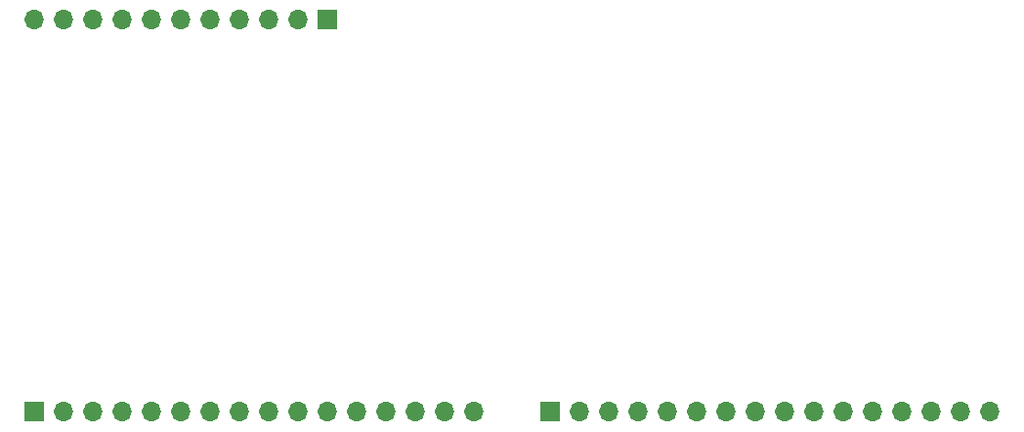
<source format=gbr>
%TF.GenerationSoftware,KiCad,Pcbnew,(5.1.10-1-10_14)*%
%TF.CreationDate,2021-11-12T19:59:20-05:00*%
%TF.ProjectId,address-register-smd,61646472-6573-4732-9d72-656769737465,rev?*%
%TF.SameCoordinates,Original*%
%TF.FileFunction,Soldermask,Bot*%
%TF.FilePolarity,Negative*%
%FSLAX46Y46*%
G04 Gerber Fmt 4.6, Leading zero omitted, Abs format (unit mm)*
G04 Created by KiCad (PCBNEW (5.1.10-1-10_14)) date 2021-11-12 19:59:20*
%MOMM*%
%LPD*%
G01*
G04 APERTURE LIST*
%ADD10O,1.700000X1.700000*%
%ADD11R,1.700000X1.700000*%
G04 APERTURE END LIST*
D10*
%TO.C,J4*%
X60960000Y-115824000D03*
X63500000Y-115824000D03*
X66040000Y-115824000D03*
X68580000Y-115824000D03*
X71120000Y-115824000D03*
X73660000Y-115824000D03*
X76200000Y-115824000D03*
X78740000Y-115824000D03*
X81280000Y-115824000D03*
X83820000Y-115824000D03*
D11*
X86360000Y-115824000D03*
%TD*%
D10*
%TO.C,J3*%
X143764000Y-149860000D03*
X141224000Y-149860000D03*
X138684000Y-149860000D03*
X136144000Y-149860000D03*
X133604000Y-149860000D03*
X131064000Y-149860000D03*
X128524000Y-149860000D03*
X125984000Y-149860000D03*
X123444000Y-149860000D03*
X120904000Y-149860000D03*
X118364000Y-149860000D03*
X115824000Y-149860000D03*
X113284000Y-149860000D03*
X110744000Y-149860000D03*
X108204000Y-149860000D03*
D11*
X105664000Y-149860000D03*
%TD*%
D10*
%TO.C,J2*%
X99060000Y-149860000D03*
X96520000Y-149860000D03*
X93980000Y-149860000D03*
X91440000Y-149860000D03*
X88900000Y-149860000D03*
X86360000Y-149860000D03*
X83820000Y-149860000D03*
X81280000Y-149860000D03*
X78740000Y-149860000D03*
X76200000Y-149860000D03*
X73660000Y-149860000D03*
X71120000Y-149860000D03*
X68580000Y-149860000D03*
X66040000Y-149860000D03*
X63500000Y-149860000D03*
D11*
X60960000Y-149860000D03*
%TD*%
M02*

</source>
